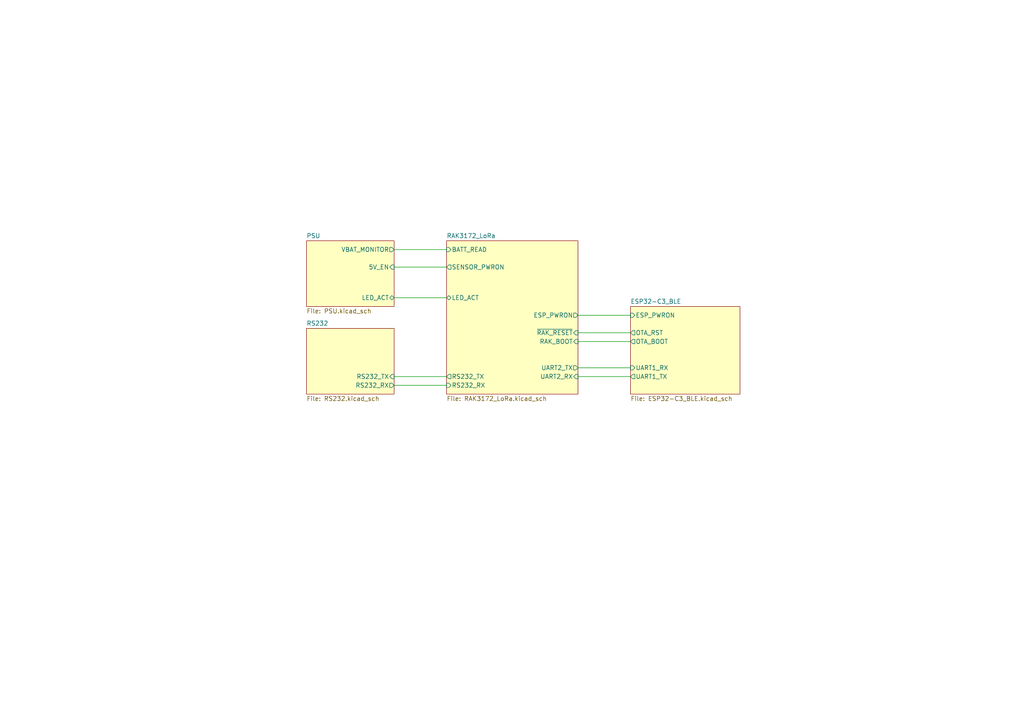
<source format=kicad_sch>
(kicad_sch
	(version 20231120)
	(generator "eeschema")
	(generator_version "8.0")
	(uuid "284b1fcf-d184-445b-9357-720601909768")
	(paper "A4")
	(lib_symbols)
	(wire
		(pts
			(xy 182.88 91.44) (xy 167.64 91.44)
		)
		(stroke
			(width 0)
			(type default)
		)
		(uuid "2b7dcf6a-0c0d-44b6-b005-6357b42da9b3")
	)
	(wire
		(pts
			(xy 182.88 109.22) (xy 167.64 109.22)
		)
		(stroke
			(width 0)
			(type default)
		)
		(uuid "2d951991-2e0e-44a0-ba61-d843b4227599")
	)
	(wire
		(pts
			(xy 182.88 99.06) (xy 167.64 99.06)
		)
		(stroke
			(width 0)
			(type default)
		)
		(uuid "3add67c4-0a3e-4a97-b62c-635d3b9d8de4")
	)
	(wire
		(pts
			(xy 114.3 72.39) (xy 129.54 72.39)
		)
		(stroke
			(width 0)
			(type default)
		)
		(uuid "525c3e18-a145-425f-9d11-e8334b4926a2")
	)
	(wire
		(pts
			(xy 114.3 86.36) (xy 129.54 86.36)
		)
		(stroke
			(width 0)
			(type default)
		)
		(uuid "60bf541b-813a-42cf-9053-bc043656434b")
	)
	(wire
		(pts
			(xy 114.3 109.22) (xy 129.54 109.22)
		)
		(stroke
			(width 0)
			(type default)
		)
		(uuid "67eda53b-cd11-41d3-ad11-788fe3adf2b1")
	)
	(wire
		(pts
			(xy 182.88 96.52) (xy 167.64 96.52)
		)
		(stroke
			(width 0)
			(type default)
		)
		(uuid "918cfeb1-2ec6-45b8-a2d9-c0d341bbc76e")
	)
	(wire
		(pts
			(xy 182.88 106.68) (xy 167.64 106.68)
		)
		(stroke
			(width 0)
			(type default)
		)
		(uuid "a188858c-b966-4ba6-94ba-bcbb3b724480")
	)
	(wire
		(pts
			(xy 114.3 77.47) (xy 129.54 77.47)
		)
		(stroke
			(width 0)
			(type default)
		)
		(uuid "b0d7c5ce-1896-45ed-a366-4ddeffcffb07")
	)
	(wire
		(pts
			(xy 114.3 111.76) (xy 129.54 111.76)
		)
		(stroke
			(width 0)
			(type default)
		)
		(uuid "ea14c8c2-b560-40cd-a02b-08fbd2248ac0")
	)
	(sheet
		(at 129.54 69.85)
		(size 38.1 44.45)
		(fields_autoplaced yes)
		(stroke
			(width 0.1524)
			(type solid)
		)
		(fill
			(color 255 255 194 1.0000)
		)
		(uuid "48af77e0-cdde-43f6-b4bf-5fa2ea4bd1ba")
		(property "Sheetname" "RAK3172_LoRa"
			(at 129.54 69.1384 0)
			(effects
				(font
					(size 1.27 1.27)
				)
				(justify left bottom)
			)
		)
		(property "Sheetfile" "RAK3172_LoRa.kicad_sch"
			(at 129.54 114.8846 0)
			(effects
				(font
					(size 1.27 1.27)
				)
				(justify left top)
			)
		)
		(pin "~{RAK_RESET}" input
			(at 167.64 96.52 0)
			(effects
				(font
					(size 1.27 1.27)
				)
				(justify right)
			)
			(uuid "58c8728e-d667-4700-ba4b-9d6cd3f5c287")
		)
		(pin "UART2_RX" input
			(at 167.64 109.22 0)
			(effects
				(font
					(size 1.27 1.27)
				)
				(justify right)
			)
			(uuid "2beaef20-0682-4afe-ad3c-b8d0f0569dc1")
		)
		(pin "UART2_TX" output
			(at 167.64 106.68 0)
			(effects
				(font
					(size 1.27 1.27)
				)
				(justify right)
			)
			(uuid "b5ccddb9-46c9-4efd-b86c-5809a2008b9a")
		)
		(pin "BATT_READ" input
			(at 129.54 72.39 180)
			(effects
				(font
					(size 1.27 1.27)
				)
				(justify left)
			)
			(uuid "73b82851-951f-4fd9-9500-1ab6c51ed4bd")
		)
		(pin "RAK_BOOT" input
			(at 167.64 99.06 0)
			(effects
				(font
					(size 1.27 1.27)
				)
				(justify right)
			)
			(uuid "139b20fd-7b27-46b4-8757-4c810bad7640")
		)
		(pin "ESP_PWRON" output
			(at 167.64 91.44 0)
			(effects
				(font
					(size 1.27 1.27)
				)
				(justify right)
			)
			(uuid "79550741-cd20-4773-a116-8803e86903bd")
		)
		(pin "SENSOR_PWRON" output
			(at 129.54 77.47 180)
			(effects
				(font
					(size 1.27 1.27)
				)
				(justify left)
			)
			(uuid "1518203b-0aad-4ce2-a31a-053d77af5bb3")
		)
		(pin "RS232_RX" input
			(at 129.54 111.76 180)
			(effects
				(font
					(size 1.27 1.27)
				)
				(justify left)
			)
			(uuid "2debf206-8ba5-4072-9f99-905bf6b72632")
		)
		(pin "RS232_TX" output
			(at 129.54 109.22 180)
			(effects
				(font
					(size 1.27 1.27)
				)
				(justify left)
			)
			(uuid "f60b8a2d-925f-462c-aa7e-f2f2adc94acb")
		)
		(pin "LED_ACT" bidirectional
			(at 129.54 86.36 180)
			(effects
				(font
					(size 1.27 1.27)
				)
				(justify left)
			)
			(uuid "7508be51-d33e-4d31-a9c5-76ce5b5bba13")
		)
		(instances
			(project "Node_RS232"
				(path "/284b1fcf-d184-445b-9357-720601909768"
					(page "2")
				)
			)
		)
	)
	(sheet
		(at 182.88 88.9)
		(size 31.75 25.4)
		(fields_autoplaced yes)
		(stroke
			(width 0.1524)
			(type solid)
		)
		(fill
			(color 255 255 194 1.0000)
		)
		(uuid "5b8d0302-722b-4467-a53d-c0e56441d81a")
		(property "Sheetname" "ESP32-C3_BLE"
			(at 182.88 88.1884 0)
			(effects
				(font
					(size 1.27 1.27)
				)
				(justify left bottom)
			)
		)
		(property "Sheetfile" "ESP32-C3_BLE.kicad_sch"
			(at 182.88 114.8846 0)
			(effects
				(font
					(size 1.27 1.27)
				)
				(justify left top)
			)
		)
		(pin "UART1_TX" output
			(at 182.88 109.22 180)
			(effects
				(font
					(size 1.27 1.27)
				)
				(justify left)
			)
			(uuid "eb0ad489-0307-4c96-a92e-9291d178db82")
		)
		(pin "UART1_RX" input
			(at 182.88 106.68 180)
			(effects
				(font
					(size 1.27 1.27)
				)
				(justify left)
			)
			(uuid "84e43786-4156-4426-905a-be46381a932a")
		)
		(pin "OTA_BOOT" output
			(at 182.88 99.06 180)
			(effects
				(font
					(size 1.27 1.27)
				)
				(justify left)
			)
			(uuid "968854a2-998d-4532-9954-eeb269a36ae2")
		)
		(pin "OTA_RST" output
			(at 182.88 96.52 180)
			(effects
				(font
					(size 1.27 1.27)
				)
				(justify left)
			)
			(uuid "afdaea90-86bf-4f91-9775-d2d9c7438977")
		)
		(pin "ESP_PWRON" input
			(at 182.88 91.44 180)
			(effects
				(font
					(size 1.27 1.27)
				)
				(justify left)
			)
			(uuid "2ffac406-b435-4cd6-ba22-3333a3028dcc")
		)
		(instances
			(project "Node_RS232"
				(path "/284b1fcf-d184-445b-9357-720601909768"
					(page "3")
				)
			)
		)
	)
	(sheet
		(at 88.9 69.85)
		(size 25.4 19.05)
		(fields_autoplaced yes)
		(stroke
			(width 0.1524)
			(type solid)
		)
		(fill
			(color 255 255 194 1.0000)
		)
		(uuid "bc34c4bf-ac8b-42c1-a77a-46366754cbef")
		(property "Sheetname" "PSU"
			(at 88.9 69.1384 0)
			(effects
				(font
					(size 1.27 1.27)
				)
				(justify left bottom)
			)
		)
		(property "Sheetfile" "PSU.kicad_sch"
			(at 88.9 89.4846 0)
			(effects
				(font
					(size 1.27 1.27)
				)
				(justify left top)
			)
		)
		(pin "VBAT_MONITOR" output
			(at 114.3 72.39 0)
			(effects
				(font
					(size 1.27 1.27)
				)
				(justify right)
			)
			(uuid "cf34ab67-9a52-4619-b8aa-f4e332cad4b5")
		)
		(pin "5V_EN" input
			(at 114.3 77.47 0)
			(effects
				(font
					(size 1.27 1.27)
				)
				(justify right)
			)
			(uuid "182d1bde-4826-40d7-9471-13c6e55239af")
		)
		(pin "LED_ACT" bidirectional
			(at 114.3 86.36 0)
			(effects
				(font
					(size 1.27 1.27)
				)
				(justify right)
			)
			(uuid "89b90d7a-9e4c-4295-a594-0a1b119d93f4")
		)
		(instances
			(project "Node_RS232"
				(path "/284b1fcf-d184-445b-9357-720601909768"
					(page "4")
				)
			)
		)
	)
	(sheet
		(at 88.9 95.25)
		(size 25.4 19.05)
		(fields_autoplaced yes)
		(stroke
			(width 0.1524)
			(type solid)
		)
		(fill
			(color 255 255 194 1.0000)
		)
		(uuid "c8c30bef-47ec-451e-a233-6b8349087bfc")
		(property "Sheetname" "RS232"
			(at 88.9 94.5384 0)
			(effects
				(font
					(size 1.27 1.27)
				)
				(justify left bottom)
			)
		)
		(property "Sheetfile" "RS232.kicad_sch"
			(at 88.9 114.8846 0)
			(effects
				(font
					(size 1.27 1.27)
				)
				(justify left top)
			)
		)
		(pin "RS232_RX" output
			(at 114.3 111.76 0)
			(effects
				(font
					(size 1.27 1.27)
				)
				(justify right)
			)
			(uuid "f37ddf6a-8699-4a7d-b4a8-4e9ae67a419b")
		)
		(pin "RS232_TX" input
			(at 114.3 109.22 0)
			(effects
				(font
					(size 1.27 1.27)
				)
				(justify right)
			)
			(uuid "3fffd7f6-deca-481b-9042-fd52a137d899")
		)
		(instances
			(project "Node_RS232"
				(path "/284b1fcf-d184-445b-9357-720601909768"
					(page "5")
				)
			)
		)
	)
	(sheet_instances
		(path "/"
			(page "1")
		)
	)
)
</source>
